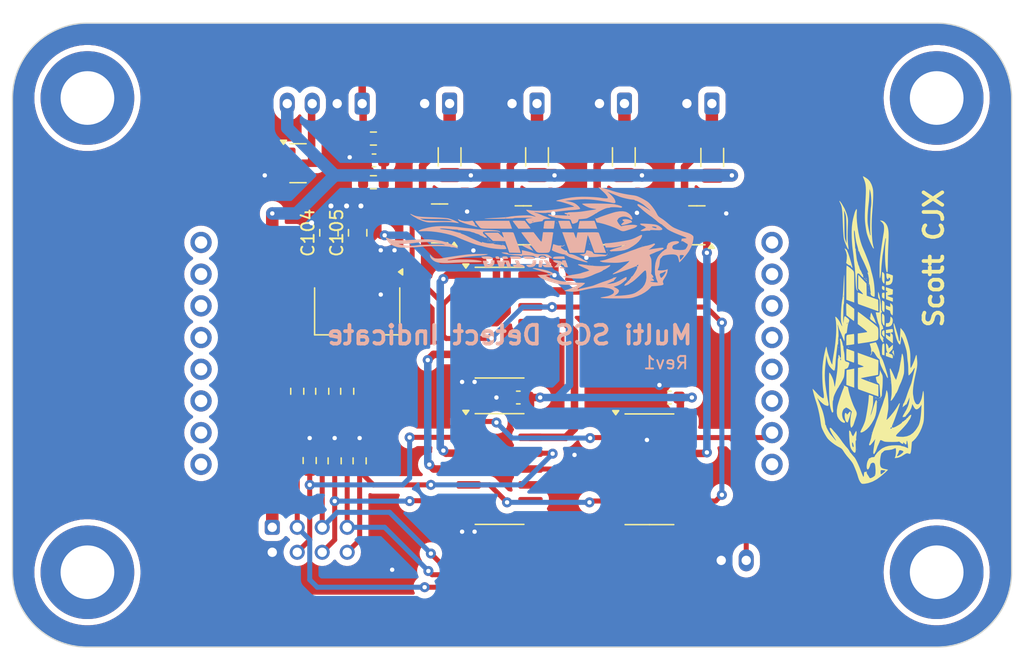
<source format=kicad_pcb>
(kicad_pcb (version 20240108) (generator "pcbnew") (generator_version "8.0")
  (title_block (title "Multi-SCS-Detect-Indicate") (date "2024-03-02") (rev "1") (company "Scott CJX"))
  (layers (0 "F.Cu" signal) (31 "B.Cu" signal) (34 "B.Paste" user) (35 "F.Paste" user) (36 "B.SilkS" user "B.Silkscreen") (37 "F.SilkS" user "F.Silkscreen") (38 "B.Mask" user) (39 "F.Mask" user) (44 "Edge.Cuts" user))
  (net 0 "")
  (net 1 "+12V")
  (net 2 "GND")
  (net 3 "+5V")
  (net 4 "VCC")
  (net 5 "/~{SIG_TEST}")
  (net 6 "/SIG3")
  (net 7 "/SIG2")
  (net 8 "/SIG1")
  (net 9 "/SIG1_INV")
  (net 10 "/!SIG1_N")
  (net 11 "/SIG2_INV")
  (net 12 "/!SIG2_N")
  (net 13 "/SIG3_INV")
  (net 14 "/!SIG3_N")
  (net 15 "/SIG1_N")
  (net 16 "/SIG3_N")
  (net 17 "/SIG2_N")
  (net 18 "Net-(J101-Pin_1)")
  (net 19 "Net-(J102-Pin_1)")
  (net 20 "Net-(J103-Pin_1)")
  (net 21 "Net-(J104-Pin_1)")
  (net 22 "/~{LED}1")
  (net 23 "/~{LED}2")
  (net 24 "/~{LED}3")
  (net 25 "/~{LED}4")
  (net 26 "Net-(R112-Pad2)")
  (net 35 "/SIG_EZ1_IN")
  (net 36 "/LED_TEST")
  (net 37 "/LED_TEST-")
  (footprint "Capacitor_SMD:C_0603_1608Metric" (layer "F.Cu") (at 152.6 105 180)
    (property "Reference" "C101" (hide yes))
    (property "Value" "100n")
    (pad "1" smd roundrect (at -0.775 0 180) (size 0.9 0.95) (layers "F.Cu" "F.Paste" "F.Mask") (net 3 "+5V"))
    (pad "2" smd roundrect (at 0.775 0 180) (size 0.9 0.95) (layers "F.Cu" "F.Paste" "F.Mask") (net 2 "GND"))
  )
  (footprint "Resistor_SMD:R_0603_1608Metric" (layer "F.Cu") (at 124.8 104.5 -90)
    (property "Reference" "R102" (hide yes))
    (property "Value" "10k")
    (pad "1" smd roundrect (at -0.825 0 270) (size 0.8 0.95) (layers "F.Cu" "F.Paste" "F.Mask") (net 3 "+5V"))
    (pad "2" smd roundrect (at 0.825 0 270) (size 0.8 0.95) (layers "F.Cu" "F.Paste" "F.Mask") (net 17 "/SIG2_N"))
  )
  (footprint "NVF-Kicad:PH_01x02H-H" (layer "F.Cu") (at 135.000001 81.444902 180)
    (property "Reference" "J101" (hide yes))
    (property "Value" "Conn_01x02")
    (pad "1" thru_hole roundrect (at 0 0 180) (size 1.2 1.75) (drill 0.75) (layers "*.Cu" "*.Mask") (roundrect_rratio 0.208333) (net 18 "Net-(J101-Pin_1)"))
    (pad "2" thru_hole oval (at 2 0 180) (size 1.2 1.75) (drill 0.75) (layers "*.Cu" "*.Mask") (net 2 "GND"))
  )
  (footprint "NVF-Kicad:PH_01x02H-H" (layer "F.Cu") (at 156 81.444902 180)
    (property "Reference" "J104" (hide yes))
    (property "Value" "Conn_01x02")
    (pad "1" thru_hole roundrect (at 0 0 180) (size 1.2 1.75) (drill 0.75) (layers "*.Cu" "*.Mask") (roundrect_rratio 0.208333) (net 21 "Net-(J104-Pin_1)"))
    (pad "2" thru_hole oval (at 2 0 180) (size 1.2 1.75) (drill 0.75) (layers "*.Cu" "*.Mask") (net 2 "GND"))
  )
  (footprint "Resistor_SMD:R_0603_1608Metric" (layer "F.Cu") (at 125.795701 110.075 90)
    (property "Reference" "R105" (hide yes))
    (property "Value" "10k")
    (pad "1" smd roundrect (at -0.825 0 90) (size 0.8 0.95) (layers "F.Cu" "F.Paste" "F.Mask") (net 11 "/SIG2_INV"))
    (pad "2" smd roundrect (at 0.825 0 90) (size 0.8 0.95) (layers "F.Cu" "F.Paste" "F.Mask") (net 2 "GND"))
  )
  (footprint "Resistor_SMD:R_1206_3216Metric" (layer "F.Cu") (at 156.029998 85.7625 90)
    (property "Reference" "R110" (hide yes))
    (property "Value" "120")
    (pad "1" smd roundrect (at -1.4625 0 90) (size 1.125 1.75) (layers "F.Cu" "F.Paste" "F.Mask") (roundrect_rratio 0.222222) (net 1 "+12V"))
    (pad "2" smd roundrect (at 1.4625 0 90) (size 1.125 1.75) (layers "F.Cu" "F.Paste" "F.Mask") (roundrect_rratio 0.222222) (net 21 "Net-(J104-Pin_1)"))
  )
  (footprint "Package_TO_SOT_SMD:SOT-23" (layer "F.Cu") (at 140.9 91.2 180)
    (property "Reference" "Q102" (hide yes))
    (property "Value" "2N7002")
    (pad "1" smd roundrect (at -0.9375 -0.95 180) (size 1.475 0.6) (layers "F.Cu" "F.Paste" "F.Mask") (net 23 "/~{LED}2"))
    (pad "2" smd roundrect (at -0.9375 0.95 180) (size 1.475 0.6) (layers "F.Cu" "F.Paste" "F.Mask") (net 2 "GND"))
    (pad "3" smd roundrect (at 0.937501 0 180) (size 1.475 0.6) (layers "F.Cu" "F.Paste" "F.Mask") (net 19 "Net-(J102-Pin_1)"))
  )
  (footprint "Package_TO_SOT_SMD:SOT-23" (layer "F.Cu") (at 134.2 91.05 180)
    (property "Reference" "Q101" (hide yes))
    (property "Value" "2N7002")
    (pad "1" smd roundrect (at -0.9375 -0.95 180) (size 1.475 0.6) (layers "F.Cu" "F.Paste" "F.Mask") (net 22 "/~{LED}1"))
    (pad "2" smd roundrect (at -0.9375 0.95 180) (size 1.475 0.6) (layers "F.Cu" "F.Paste" "F.Mask") (net 2 "GND"))
    (pad "3" smd roundrect (at 0.937501 0 180) (size 1.475 0.6) (layers "F.Cu" "F.Paste" "F.Mask") (net 18 "Net-(J101-Pin_1)"))
  )
  (footprint "NVF-Kicad:PH_01x02H-H" (layer "F.Cu") (at 142.000001 81.444902 180)
    (property "Reference" "J102" (hide yes))
    (property "Value" "Conn_01x02")
    (pad "1" thru_hole roundrect (at 0 0 180) (size 1.2 1.75) (drill 0.75) (layers "*.Cu" "*.Mask") (roundrect_rratio 0.208333) (net 19 "Net-(J102-Pin_1)"))
    (pad "2" thru_hole oval (at 2 0 180) (size 1.2 1.75) (drill 0.75) (layers "*.Cu" "*.Mask") (net 2 "GND"))
  )
  (footprint "Resistor_SMD:R_0603_1608Metric" (layer "F.Cu") (at 122.8 104.5 -90)
    (property "Reference" "R101" (hide yes))
    (property "Value" "10k")
    (pad "1" smd roundrect (at -0.825 0 270) (size 0.8 0.95) (layers "F.Cu" "F.Paste" "F.Mask") (net 3 "+5V"))
    (pad "2" smd roundrect (at 0.825 0 270) (size 0.8 0.95) (layers "F.Cu" "F.Paste" "F.Mask") (net 15 "/SIG1_N"))
  )
  (footprint "NVF-OwnParts:Small-General BoardCut" (layer "F.Cu") (at 140 100)
    (property "Reference" "SG101" (hide yes))
    (property "Value" "~" (hide yes))
    (fp_poly (pts (arc (start -40 19) (mid -38.242641 23.242641) (end -34 25)) (arc (start 34 25) (mid 38.242641 23.242641) (end 40 19)) (arc (start 40 -19) (mid 38.242641 -23.242641) (end 34 -25)) (arc (start -34 -25) (mid -38.242641 -23.242641) (end -40 -19))) (stroke (width 0.1)) (fill none) (layer "Edge.Cuts"))
    (pad "G" thru_hole circle (at -34 -19) (size 4.7 4.7) (drill 4.3) (layers "*.Cu" "*.Mask"))
    (pad "G" connect circle (at -34 -19) (size 7.5 7.5) (layers "F.Cu" "F.Mask"))
    (pad "G" connect circle (at -34 -19) (size 7.5 7.5) (layers "B.Cu" "B.Mask"))
    (pad "G" thru_hole circle (at -34 19) (size 4.7 4.7) (drill 4.3) (layers "*.Cu" "*.Mask"))
    (pad "G" connect circle (at -34 19) (size 7.5 7.5) (layers "F.Cu" "F.Mask"))
    (pad "G" connect circle (at -34 19) (size 7.5 7.5) (layers "B.Cu" "B.Mask"))
    (pad "G" thru_hole circle (at 34 -19) (size 4.7 4.7) (drill 4.3) (layers "*.Cu" "*.Mask"))
    (pad "G" connect circle (at 34 -19) (size 7.5 7.5) (layers "F.Cu" "F.Mask"))
    (pad "G" connect circle (at 34 -19) (size 7.5 7.5) (layers "B.Cu" "B.Mask"))
    (pad "G" thru_hole circle (at 34 19) (size 4.7 4.7) (drill 4.3) (layers "*.Cu" "*.Mask"))
    (pad "G" connect circle (at 34 19) (size 7.5 7.5) (layers "F.Cu" "F.Mask"))
    (pad "G" connect circle (at 34 19) (size 7.5 7.5) (layers "B.Cu" "B.Mask"))
    (pad "L1" thru_hole oval (at -24.902596 -7.425) (size 1.7 1.7) (drill 1) (layers "*.Cu" "*.Mask"))
    (pad "L2" thru_hole oval (at -24.902596 -4.885) (size 1.7 1.7) (drill 1) (layers "*.Cu" "*.Mask"))
    (pad "L3" thru_hole oval (at -24.902596 -2.345) (size 1.7 1.7) (drill 1) (layers "*.Cu" "*.Mask"))
    (pad "L4" thru_hole oval (at -24.902596 0.195) (size 1.7 1.7) (drill 1) (layers "*.Cu" "*.Mask"))
    (pad "L5" thru_hole oval (at -24.902596 2.735) (size 1.7 1.7) (drill 1) (layers "*.Cu" "*.Mask"))
    (pad "L6" thru_hole oval (at -24.902596 5.275) (size 1.7 1.7) (drill 1) (layers "*.Cu" "*.Mask"))
    (pad "L7" thru_hole oval (at -24.902596 7.815) (size 1.7 1.7) (drill 1) (layers "*.Cu" "*.Mask"))
    (pad "L8" thru_hole oval (at -24.902596 10.355) (size 1.7 1.7) (drill 1) (layers "*.Cu" "*.Mask"))
    (pad "R1" thru_hole oval (at 20.817404 -7.425) (size 1.7 1.7) (drill 1) (layers "*.Cu" "*.Mask"))
    (pad "R2" thru_hole oval (at 20.817404 -4.885) (size 1.7 1.7) (drill 1) (layers "*.Cu" "*.Mask"))
    (pad "R3" thru_hole oval (at 20.817404 -2.345) (size 1.7 1.7) (drill 1) (layers "*.Cu" "*.Mask"))
    (pad "R4" thru_hole oval (at 20.817404 0.195) (size 1.7 1.7) (drill 1) (layers "*.Cu" "*.Mask"))
    (pad "R5" thru_hole oval (at 20.817404 2.735) (size 1.7 1.7) (drill 1) (layers "*.Cu" "*.Mask"))
    (pad "R6" thru_hole oval (at 20.817404 5.275) (size 1.7 1.7) (drill 1) (layers "*.Cu" "*.Mask"))
    (pad "R7" thru_hole oval (at 20.817404 7.815) (size 1.7 1.7) (drill 1) (layers "*.Cu" "*.Mask") (net 35 "/SIG_EZ1_IN"))
    (pad "R8" thru_hole oval (at 20.817404 10.355) (size 1.7 1.7) (drill 1) (layers "*.Cu" "*.Mask"))
  )
  (footprint "Resistor_SMD:R_1206_3216Metric" (layer "F.Cu") (at 142 85.7125 90)
    (property "Reference" "R108" (hide yes))
    (property "Value" "120")
    (pad "1" smd roundrect (at -1.4625 0 90) (size 1.125 1.75) (layers "F.Cu" "F.Paste" "F.Mask") (roundrect_rratio 0.222222) (net 1 "+12V"))
    (pad "2" smd roundrect (at 1.4625 0 90) (size 1.125 1.75) (layers "F.Cu" "F.Paste" "F.Mask") (roundrect_rratio 0.222222) (net 19 "Net-(J102-Pin_1)"))
  )
  (footprint "Package_TO_SOT_SMD:SOT-23" (layer "F.Cu") (at 154.8 91.2 180)
    (property "Reference" "Q104" (hide yes))
    (property "Value" "2N7002")
    (pad "1" smd roundrect (at -0.9375 -0.95 180) (size 1.475 0.6) (layers "F.Cu" "F.Paste" "F.Mask") (net 25 "/~{LED}4"))
    (pad "2" smd roundrect (at -0.9375 0.95 180) (size 1.475 0.6) (layers "F.Cu" "F.Paste" "F.Mask") (net 2 "GND"))
    (pad "3" smd roundrect (at 0.937501 0 180) (size 1.475 0.6) (layers "F.Cu" "F.Paste" "F.Mask") (net 21 "Net-(J104-Pin_1)"))
  )
  (footprint "Capacitor_SMD:C_0603_1608Metric" (layer "F.Cu") (at 140.5 105 180)
    (property "Reference" "C102" (hide yes))
    (property "Value" "100n")
    (pad "1" smd roundrect (at -0.775 0 180) (size 0.9 0.95) (layers "F.Cu" "F.Paste" "F.Mask") (net 3 "+5V"))
    (pad "2" smd roundrect (at 0.775 0 180) (size 0.9 0.95) (layers "F.Cu" "F.Paste" "F.Mask") (net 2 "GND"))
  )
  (footprint "Package_TO_SOT_SMD:SOT-223-3_TabPin2" (layer "F.Cu") (at 127.6 98.065534 -90)
    (property "Reference" "U101" (hide yes))
    (property "Value" "AMS1117-5.0")
    (pad "1" smd roundrect (at -3.15 -2.3 270) (size 2 1.5) (layers "F.Cu" "F.Paste" "F.Mask") (net 2 "GND"))
    (pad "2" smd roundrect (at -3.149999 0 270) (size 2 1.5) (layers "F.Cu" "F.Paste" "F.Mask") (net 3 "+5V"))
    (pad "2" smd roundrect (at 3.149999 0 270) (size 2 3.8) (layers "F.Cu" "F.Paste" "F.Mask") (net 3 "+5V"))
    (pad "3" smd roundrect (at -3.15 2.3 270) (size 2 1.5) (layers "F.Cu" "F.Paste" "F.Mask") (net 1 "+12V"))
  )
  (footprint "Resistor_SMD:R_0603_1608Metric" (layer "F.Cu") (at 127.795701 110.075 90)
    (property "Reference" "R104" (hide yes))
    (property "Value" "10k")
    (pad "1" smd roundrect (at -0.825 0 90) (size 0.8 0.95) (layers "F.Cu" "F.Paste" "F.Mask") (net 13 "/SIG3_INV"))
    (pad "2" smd roundrect (at 0.825 0 90) (size 0.8 0.95) (layers "F.Cu" "F.Paste" "F.Mask") (net 2 "GND"))
  )
  (footprint "NVF-Kicad:PushBtn_TS-1187A-B-A-B" (layer "F.Cu") (at 106 94)
    (property "Reference" "SW102" (hide yes))
    (property "Value" "SW_Push" (hide yes))
    (pad "1" smd rect (at -3 -1.875) (size 1 0.75) (layers "F.Cu" "F.Paste" "F.Mask") (net 26 "Net-(R112-Pad2)"))
    (pad "1" smd rect (at 3 -1.875) (size 1 0.75) (layers "F.Cu" "F.Paste" "F.Mask") (net 26 "Net-(R112-Pad2)"))
    (pad "2" smd rect (at -3 1.875) (size 1 0.75) (layers "F.Cu" "F.Paste" "F.Mask") (net 2 "GND"))
    (pad "2" smd rect (at 3 1.875) (size 1 0.75) (layers "F.Cu" "F.Paste" "F.Mask") (net 2 "GND"))
  )
  (footprint "Package_TO_SOT_SMD:SOT-23" (layer "F.Cu") (at 122.861871 86.225629)
    (property "Reference" "Q105" (hide yes))
    (property "Value" "2N7002")
    (pad "1" smd roundrect (at -0.9375 -0.95) (size 1.475 0.6) (layers "F.Cu" "F.Paste" "F.Mask") (net 36 "/LED_TEST"))
    (pad "2" smd roundrect (at -0.9375 0.95) (size 1.475 0.6) (layers "F.Cu" "F.Paste" "F.Mask") (net 2 "GND"))
    (pad "3" smd roundrect (at 0.937501 0) (size 1.475 0.6) (layers "F.Cu" "F.Paste" "F.Mask") (net 37 "/LED_TEST-"))
  )
  (footprint "Package_SO:SOIC-14_3.9x8.7mm_P1.27mm" (layer "F.Cu") (at 151 110.75)
    (property "Reference" "U102" (hide yes))
    (property "Value" "MC14584B")
    (pad "1" smd roundrect (at -2.475 -3.81) (size 1.95 0.6) (layers "F.Cu" "F.Paste" "F.Mask") (net 15 "/SIG1_N"))
    (pad "2" smd roundrect (at -2.475 -2.54) (size 1.95 0.6) (layers "F.Cu" "F.Paste" "F.Mask") (net 10 "/!SIG1_N"))
    (pad "3" smd roundrect (at -2.475 -1.27) (size 1.95 0.6) (layers "F.Cu" "F.Paste" "F.Mask") (net 16 "/SIG3_N"))
    (pad "4" smd roundrect (at -2.475 0) (size 1.95 0.6) (layers "F.Cu" "F.Paste" "F.Mask") (net 14 "/!SIG3_N"))
    (pad "5" smd roundrect (at -2.475 1.27) (size 1.95 0.6) (layers "F.Cu" "F.Paste" "F.Mask") (net 17 "/SIG2_N"))
    (pad "6" smd roundrect (at -2.475 2.54) (size 1.95 0.6) (layers "F.Cu" "F.Paste" "F.Mask") (net 12 "/!SIG2_N"))
    (pad "7" smd roundrect (at -2.475 3.81) (size 1.95 0.6) (layers "F.Cu" "F.Paste" "F.Mask") (net 2 "GND"))
    (pad "8" smd roundrect (at 2.475 3.81) (size 1.95 0.6) (layers "F.Cu" "F.Paste" "F.Mask") (net 36 "/LED_TEST"))
    (pad "9" smd roundrect (at 2.475 2.54) (size 1.95 0.6) (layers "F.Cu" "F.Paste" "F.Mask") (net 5 "/~{SIG_TEST}"))
    (pad "10" smd roundrect (at 2.475 1.27) (size 1.95 0.6) (layers "F.Cu" "F.Paste" "F.Mask"))
    (pad "11" smd roundrect (at 2.475 0) (size 1.95 0.6) (layers "F.Cu" "F.Paste" "F.Mask"))
    (pad "12" smd roundrect (at 2.475 -1.27) (size 1.95 0.6) (layers "F.Cu" "F.Paste" "F.Mask") (net 25 "/~{LED}4"))
    (pad "13" smd roundrect (at 2.475 -2.54) (size 1.95 0.6) (layers "F.Cu" "F.Paste" "F.Mask") (net 35 "/SIG_EZ1_IN"))
    (pad "14" smd roundrect (at 2.475 -3.81) (size 1.95 0.6) (layers "F.Cu" "F.Paste" "F.Mask") (net 3 "+5V"))
  )
  (footprint "Resistor_SMD:R_1206_3216Metric" (layer "F.Cu") (at 135.000001 85.7125 90)
    (property "Reference" "R107" (hide yes))
    (property "Value" "120")
    (pad "1" smd roundrect (at -1.4625 0 90) (size 1.125 1.75) (layers "F.Cu" "F.Paste" "F.Mask") (roundrect_rratio 0.222222) (net 1 "+12V"))
    (pad "2" smd roundrect (at 1.4625 0 90) (size 1.125 1.75) (layers "F.Cu" "F.Paste" "F.Mask") (roundrect_rratio 0.222222) (net 18 "Net-(J101-Pin_1)"))
  )
  (footprint "Resistor_SMD:R_1206_3216Metric" (layer "F.Cu") (at 148.949998 85.7125 90)
    (property "Reference" "R109" (hide yes))
    (property "Value" "120")
    (pad "1" smd roundrect (at -1.4625 0 90) (size 1.125 1.75) (layers "F.Cu" "F.Paste" "F.Mask") (roundrect_rratio 0.222222) (net 1 "+12V"))
    (pad "2" smd roundrect (at 1.4625 0 90) (size 1.125 1.75) (layers "F.Cu" "F.Paste" "F.Mask") (roundrect_rratio 0.222222) (net 20 "Net-(J103-Pin_1)"))
  )
  (footprint "NVF-Kicad:PH_01x04H-H" (layer "F.Cu") (at 125 81.45 180)
    (property "Reference" "SW101" (hide yes))
    (property "Value" "SW_Push_LED")
    (pad "1" thru_hole roundrect (at -3 0 180) (size 1.2 1.75) (drill 0.75) (layers "*.Cu" "*.Mask") (roundrect_rratio 0.208333) (net 26 "Net-(R112-Pad2)"))
    (pad "2" thru_hole oval (at -1 0 180) (size 1.2 1.75) (drill 0.75) (layers "*.Cu" "*.Mask") (net 2 "GND"))
    (pad "3" thru_hole oval (at 1 0 180) (size 1.2 1.75) (drill 0.75) (layers "*.Cu" "*.Mask") (net 37 "/LED_TEST-"))
    (pad "4" thru_hole oval (at 3 0 180) (size 1.2 1.75) (drill 0.75) (layers "*.Cu" "*.Mask") (net 1 "+12V"))
  )
  (footprint "Package_TO_SOT_SMD:SOT-23" (layer "F.Cu") (at 147.8 91.2 180)
    (property "Reference" "Q103" (hide yes))
    (property "Value" "2N7002")
    (pad "1" smd roundrect (at -0.9375 -0.95 180) (size 1.475 0.6) (layers "F.Cu" "F.Paste" "F.Mask") (net 24 "/~{LED}3"))
    (pad "2" smd roundrect (at -0.9375 0.95 180) (size 1.475 0.6) (layers "F.Cu" "F.Paste" "F.Mask") (net 2 "GND"))
    (pad "3" smd roundrect (at 0.937501 0 180) (size 1.475 0.6) (layers "F.Cu" "F.Paste" "F.Mask") (net 20 "Net-(J103-Pin_1)"))
  )
  (footprint "NVF-Kicad:PHD_02x04H-H" (layer "F.Cu") (at 123.7845 116.416)
    (property "Reference" "J105" (hide yes))
    (property "Value" "SCS_IN")
    (pad "1" thru_hole roundrect (at -2.9845 -1.016) (size 1.2 1.2) (drill 0.75) (layers "*.Cu" "*.Mask") (roundrect_rratio 0.208333) (net 4 "VCC"))
    (pad "2" thru_hole circle (at -2.9845 0.984) (size 1.2 1.2) (drill 0.75) (layers "*.Cu" "*.Mask") (net 2 "GND"))
    (pad "3" thru_hole circle (at -0.9845 -1.016) (size 1.2 1.2) (drill 0.75) (layers "*.Cu" "*.Mask") (net 15 "/SIG1_N"))
    (pad "4" thru_hole circle (at -0.9845 0.984) (size 1.2 1.2) (drill 0.75) (layers "*.Cu" "*.Mask") (net 9 "/SIG1_INV"))
    (pad "5" thru_hole circle (at 1.0155 -1.016) (size 1.2 1.2) (drill 0.75) (layers "*.Cu" "*.Mask") (net 17 "/SIG2_N"))
    (pad "6" thru_hole circle (at 1.0155 0.984) (size 1.2 1.2) (drill 0.75) (layers "*.Cu" "*.Mask") (net 11 "/SIG2_INV"))
    (pad "7" thru_hole circle (at 3.0155 -1.016) (size 1.2 1.2) (drill 0.75) (layers "*.Cu" "*.Mask") (net 16 "/SIG3_N"))
    (pad "8" thru_hole circle (at 3.0155 0.984) (size 1.2 1.2) (drill 0.75) (layers "*.Cu" "*.Mask") (net 13 "/SIG3_INV"))
  )
  (footprint "NVF-Kicad:PH_01x02H-H" (layer "F.Cu") (at 149.000001 81.444902 180)
    (property "Reference" "J103" (hide yes))
    (property "Value" "Conn_01x02")
    (pad "1" thru_hole roundrect (at 0 0 180) (size 1.2 1.75) (drill 0.75) (layers "*.Cu" "*.Mask") (roundrect_rratio 0.208333) (net 20 "Net-(J103-Pin_1)"))
    (pad "2" thru_hole oval (at 2 0 180) (size 1.2 1.75) (drill 0.75) (layers "*.Cu" "*.Mask") (net 2 "GND"))
  )
  (footprint "Resistor_SMD:R_0603_1608Metric" (layer "F.Cu") (at 128.9 87.75)
    (property "Reference" "R111" (hide yes))
    (property "Value" "10k")
    (pad "1" smd roundrect (at -0.825 0) (size 0.8 0.95) (layers "F.Cu" "F.Paste" "F.Mask") (net 3 "+5V"))
    (pad "2" smd roundrect (at 0.825 0) (size 0.8 0.95) (layers "F.Cu" "F.Paste" "F.Mask") (net 5 "/~{SIG_TEST}"))
  )
  (footprint "Resistor_SMD:R_0603_1608Metric" (layer "F.Cu") (at 123.795701 110.05 90)
    (property "Reference" "R106" (hide yes))
    (property "Value" "10k")
    (pad "1" smd roundrect (at -0.825 0 90) (size 0.8 0.95) (layers "F.Cu" "F.Paste" "F.Mask") (net 9 "/SIG1_INV"))
    (pad "2" smd roundrect (at 0.825 0 90) (size 0.8 0.95) (layers "F.Cu" "F.Paste" "F.Mask") (net 2 "GND"))
  )
  (footprint "NVF-Kicad:PH_01x02H-H" (layer "F.Cu") (at 156.75 118.05)
    (property "Reference" "J106" (hide yes))
    (property "Value" "Conn_01x02")
    (pad "1" thru_hole roundrect (at 0 0) (size 1.2 1.75) (drill 0.75) (layers "*.Cu" "*.Mask") (roundrect_rratio 0.208333) (net 2 "GND"))
    (pad "2" thru_hole oval (at 2 0) (size 1.2 1.75) (drill 0.75) (layers "*.Cu" "*.Mask") (net 35 "/SIG_EZ1_IN"))
  )
  (footprint "Capacitor_SMD:C_0603_1608Metric" (layer "F.Cu") (at 128.95 86 180)
    (property "Reference" "C110" (hide yes))
    (property "Value" "100n")
    (pad "1" smd roundrect (at -0.775 0 180) (size 0.9 0.95) (layers "F.Cu" "F.Paste" "F.Mask") (net 5 "/~{SIG_TEST}"))
    (pad "2" smd roundrect (at 0.775 0 180) (size 0.9 0.95) (layers "F.Cu" "F.Paste" "F.Mask") (net 2 "GND"))
  )
  (footprint "NVF-Kicad:NVF-Logo-30mm" (layer "F.Cu") (at 171.126786 99.540671 90)
    (property "Reference" "G***" (hide yes))
    (property "Value" "LOGO" (hide yes))
  )
  (footprint "Capacitor_SMD:C_0603_1608Metric" (layer "F.Cu") (at 144.2 93.8)
    (property "Reference" "C103" (hide yes))
    (property "Value" "100n")
    (pad "1" smd roundrect (at -0.775 0) (size 0.9 0.95) (layers "F.Cu" "F.Paste" "F.Mask") (net 3 "+5V"))
    (pad "2" smd roundrect (at 0.775 0) (size 0.9 0.95) (layers "F.Cu" "F.Paste" "F.Mask") (net 2 "GND"))
  )
  (footprint "Package_SO:SOIC-14_3.9x8.7mm_P1.27mm" (layer "F.Cu") (at 139 110.73)
    (property "Reference" "U103" (hide yes))
    (property "Value" "MC14093B")
    (pad "1" smd roundrect (at -2.475 -3.81) (size 1.95 0.6) (layers "F.Cu" "F.Paste" "F.Mask") (net 10 "/!SIG1_N"))
    (pad "2" smd roundrect (at -2.475 -2.54) (size 1.95 0.6) (layers "F.Cu" "F.Paste" "F.Mask") (net 9 "/SIG1_INV"))
    (pad "3" smd roundrect (at -2.475 -1.27) (size 1.95 0.6) (layers "F.Cu" "F.Paste" "F.Mask") (net 8 "/SIG1"))
    (pad "4" smd roundrect (at -2.475 0) (size 1.95 0.6) (layers "F.Cu" "F.Paste" "F.Mask") (net 7 "/SIG2"))
    (pad "5" smd roundrect (at -2.475 1.27) (size 1.95 0.6) (layers "F.Cu" "F.Paste" "F.Mask") (net 12 "/!SIG2_N"))
    (pad "6" smd roundrect (at -2.475 2.54) (size 1.95 0.6) (layers "F.Cu" "F.Paste" "F.Mask") (net 11 "/SIG2_INV"))
    (pad "7" smd roundrect (at -2.475 3.81) (size 1.95 0.6) (layers "F.Cu" "F.Paste" "F.Mask") (net 2 "GND"))
    (pad "8" smd roundrect (at 2.475 3.81) (size 1.95 0.6) (layers "F.Cu" "F.Paste" "F.Mask"))
    (pad "9" smd roundrect (at 2.475 2.54) (size 1.95 0.6) (layers "F.Cu" "F.Paste" "F.Mask"))
    (pad "10" smd roundrect (at 2.475 1.27) (size 1.95 0.6) (layers "F.Cu" "F.Paste" "F.Mask"))
    (pad "11" smd roundrect (at 2.475 0) (size 1.95 0.6) (layers "F.Cu" "F.Paste" "F.Mask") (net 14 "/!SIG3_N"))
    (pad "12" smd roundrect (at 2.475 -1.27) (size 1.95 0.6) (layers "F.Cu" "F.Paste" "F.Mask") (net 13 "/SIG3_INV"))
    (pad "13" smd roundrect (at 2.475 -2.54) (size 1.95 0.6) (layers "F.Cu" "F.Paste" "F.Mask") (net 6 "/SIG3"))
    (pad "14" smd roundrect (at 2.475 -3.81) (size 1.95 0.6) (layers "F.Cu" "F.Paste" "F.Mask") (net 3 "+5V"))
  )
  (footprint "Resistor_SMD:R_0603_1608Metric" (layer "F.Cu") (at 126.8 104.5 -90)
    (property "Reference" "R103" (hide yes))
    (property "Value" "10k")
    (pad "1" smd roundrect (at -0.825 0 270) (size 0.8 0.95) (layers "F.Cu" "F.Paste" "F.Mask") (net 3 "+5V"))
    (pad "2" smd roundrect (at 0.825 0 270) (size 0.8 0.95) (layers "F.Cu" "F.Paste" "F.Mask") (net 16 "/SIG3_N"))
  )
  (footprint "NVF-Kicad:FUSE-Littelfuse_Nano2_154x" (layer "F.Cu") (at 120.8 96.9 90)
    (property "Reference" "F101" (hide yes))
    (property "Value" "0154008.DR")
    (pad "1" smd rect (at -3.185 0 90) (size 4.24 3.81) (layers "F.Cu" "F.Paste" "F.Mask") (net 4 "VCC"))
    (pad "2" smd rect (at 3.185 0 90) (size 4.24 3.81) (layers "F.Cu" "F.Paste" "F.Mask") (net 1 "+12V"))
  )
  (footprint "Package_SO:SOIC-14_3.9x8.7mm_P1.27mm" (layer "F.Cu") (at 139 99)
    (property "Reference" "U104" (hide yes))
    (property "Value" "MC14070B")
    (pad "1" smd roundrect (at -2.475 -3.81) (size 1.95 0.6) (layers "F.Cu" "F.Paste" "F.Mask") (net 8 "/SIG1"))
    (pad "2" smd roundrect (at -2.475 -2.54) (size 1.95 0.6) (layers "F.Cu" "F.Paste" "F.Mask") (net 5 "/~{SIG_TEST}"))
    (pad "3" smd roundrect (at -2.475 -1.27) (size 1.95 0.6) (layers "F.Cu" "F.Paste" "F.Mask") (net 22 "/~{LED}1"))
    (pad "4" smd roundrect (at -2.475 0) (size 1.95 0.6) (layers "F.Cu" "F.Paste" "F.Mask") (net 23 "/~{LED}2"))
    (pad "5" smd roundrect (at -2.475 1.27) (size 1.95 0.6) (layers "F.Cu" "F.Paste" "F.Mask") (net 5 "/~{SIG_TEST}"))
    (pad "6" smd roundrect (at -2.475 2.54) (size 1.95 0.6) (layers "F.Cu" "F.Paste" "F.Mask") (net 7 "/SIG2"))
    (pad "7" smd roundrect (at -2.475 3.81) (size 1.95 0.6) (layers "F.Cu" "F.Paste" "F.Mask") (net 2 "GND"))
    (pad "8" smd roundrect (at 2.475 3.81) (size 1.95 0.6) (layers "F.Cu" "F.Paste" "F.Mask"))
    (pad "9" smd roundrect (at 2.475 2.54) (size 1.95 0.6) (layers "F.Cu" "F.Paste" "F.Mask"))
    (pad "10" smd roundrect (at 2.475 1.27) (size 1.95 0.6) (layers "F.Cu" "F.Paste" "F.Mask"))
    (pad "11" smd roundrect (at 2.475 0) (size 1.95 0.6) (layers "F.Cu" "F.Paste" "F.Mask") (net 6 "/SIG3"))
    (pad "12" smd roundrect (at 2.475 -1.27) (size 1.95 0.6) (layers "F.Cu" "F.Paste" "F.Mask") (net 5 "/~{SIG_TEST}"))
    (pad "13" smd roundrect (at 2.475 -2.54) (size 1.95 0.6) (layers "F.Cu" "F.Paste" "F.Mask") (net 24 "/~{LED}3"))
    (pad "14" smd roundrect (at 2.475 -3.81) (size 1.95 0.6) (layers "F.Cu" "F.Paste" "F.Mask") (net 3 "+5V"))
  )
  (footprint "Capacitor_SMD:C_0805_2012Metric" (layer "F.Cu") (at 125.3375 91.8 90)
    (property "Reference" "C104" (at 0 -1.68 90) (layer "F.SilkS"))
    (property "Value" "2u2")
    (pad "1" smd roundrect (at -0.95 0 90) (size 1 1.45) (layers "F.Cu" "F.Paste" "F.Mask") (net 1 "+12V"))
    (pad "2" smd roundrect (at 0.95 0 90) (size 1 1.45) (layers "F.Cu" "F.Paste" "F.Mask") (net 2 "GND"))
  )
  (footprint "Capacitor_SMD:C_0805_2012Metric" (layer "F.Cu") (at 127.6375 91.8 90)
    (property "Reference" "C105" (at 0 -1.68 90) (layer "F.SilkS"))
    (property "Value" "2u2")
    (pad "1" smd roundrect (at -0.95 0 90) (size 1 1.45) (layers "F.Cu" "F.Paste" "F.Mask") (net 3 "+5V"))
    (pad "2" smd roundrect (at 0.95 0 90) (size 1 1.45) (layers "F.Cu" "F.Paste" "F.Mask") (net 2 "GND"))
  )
  (footprint "Resistor_SMD:R_0603_1608Metric" (layer "F.Cu") (at 128.9 84.25 180)
    (property "Reference" "R112" (hide yes))
    (property "Value" "1k")
    (pad "1" smd roundrect (at -0.825 0 180) (size 0.8 0.95) (layers "F.Cu" "F.Paste" "F.Mask") (net 5 "/~{SIG_TEST}"))
    (pad "2" smd roundrect (at 0.825 0 180) (size 0.8 0.95) (layers "F.Cu" "F.Paste" "F.Mask") (net 26 "Net-(R112-Pad2)"))
  )
  (footprint "NVF-Kicad:NVF-Logo-30mm" (layer "B.Cu") (at 142.149902 95.200493 180)
    (property "Reference" "G***" (hide yes))
    (property "Value" "LOGO" (hide yes))
  )
  (gr_text "Rev1" (at 154.2 102.8 0) (layer "B.SilkS") (effects (font (size 1 1)) (justify left bottom mirror)))
  (gr_text "Multi SCS Detect Indicate" (at 139.8 100 0) (layer "B.SilkS") (effects (font (size 1.5 1.5) (thickness 0.3) (bold yes)) (justify mirror)))
  (gr_text "Scott CJX" (at 174.647042 99.543509 90) (layer "F.SilkS") (effects (font (size 1.5 1.5) (thickness 0.3) (bold yes)) (justify left bottom)))
  (segment (start 135.000001 87.175) (end 136.675 87.175) (width 1) (layer "F.Cu") (net 1))
  (segment (start 150.375 87.175) (end 148.949998 87.175) (width 1) (layer "F.Cu") (net 1))
  (segment (start 136.675 87.175) (end 136.7 87.2) (width 1) (layer "F.Cu") (net 1))
  (segment (start 142 87.175) (end 143.375 87.175) (width 1) (layer "F.Cu") (net 1))
  (segment (start 143.375 87.175) (end 143.4 87.2) (width 1) (layer "F.Cu") (net 1))
  (segment (start 156.054998 87.2) (end 156.029998 87.225) (width 1) (layer "F.Cu") (net 1))
  (segment (start 150.4 87.2) (end 150.375 87.175) (width 1) (layer "F.Cu") (net 1))
  (segment (start 120.8 93.715) (end 120.8 90.25) (width 1) (layer "F.Cu") (net 1))
  (segment (start 135.025001 87.2) (end 135.000001 87.175) (width 1) (layer "F.Cu") (net 1))
  (segment (start 120.8 93.715) (end 120.9 93.615) (width 1) (layer "F.Cu") (net 1))
  (segment (start 157.6 87.2) (end 156.054998 87.2) (width 1) (layer "F.Cu") (net 1))
  (via (at 150.4 87.2) (size 0.8) (drill 0.35) (layers "F.Cu" "B.Cu") (net 1))
  (via (at 157.6 87.2) (size 0.8) (drill 0.35) (layers "F.Cu" "B.Cu") (net 1))
  (via (at 136.7 87.2) (size 0.8) (drill 0.35) (layers "F.Cu" "B.Cu") (net 1))
  (via (at 120.8 90.25) (size 0.8) (drill 0.35) (layers "F.Cu" "B.Cu") (net 1))
  (via (at 143.4 87.2) (size 0.8) (drill 0.35) (layers "F.Cu" "B.Cu") (net 1))
  (segment (start 157.6 87.2) (end 150.4 87.2) (width 1) (layer "B.Cu") (net 1))
  (segment (start 122.75 90.25) (end 125.8 87.2) (width 1) (layer "B.Cu") (net 1))
  (segment (start 125.8 87.2) (end 122 83.4) (width 1) (layer "B.Cu") (net 1))
  (segment (start 120.8 90.25) (end 122.75 90.25) (width 1) (layer "B.Cu") (net 1))
  (segment (start 150.4 87.2) (end 143.4 87.2) (width 1) (layer "B.Cu") (net 1))
  (segment (start 143.4 87.2) (end 136.7 87.2) (width 1) (layer "B.Cu") (net 1))
  (segment (start 136.7 87.2) (end 125.8 87.2) (width 1) (layer "B.Cu") (net 1))
  (segment (start 122 83.4) (end 122 81.45) (width 1) (layer "B.Cu") (net 1))
  (segment (start 121.924371 87.175629) (end 120.224371 87.175629) (width 0.6) (layer "F.Cu") (net 2))
  (segment (start 125.795701 109.25) (end 125.795701 108.25) (width 0.4) (layer "F.Cu") (net 2))
  (segment (start 127.25 86) (end 127 85.75) (width 0.6) (layer "F.Cu") (net 2))
  (segment (start 135.1375 90.1) (end 136.4 90.1) (width 0.6) (layer "F.Cu") (net 2))
  (segment (start 149.95 90.25) (end 150 90.2) (width 0.6) (layer "F.Cu") (net 2))
  (segment (start 123.795701 109.225) (end 123.795701 108.25) (width 0.4) (layer "F.Cu") (net 2))
  (segment (start 148.7375 90.25) (end 149.95 90.25) (width 0.6) (layer "F.Cu") (net 2))
  (segment (start 155.687499 90.25) (end 157.149998 90.25) (width 0.6) (layer "F.Cu") (net 2))
  (segment (start 120.224371 87.175629) (end 120.2 87.2) (width 0.6) (layer "F.Cu") (net 2))
  (segment (start 127.795701 109.25) (end 127.795701 108.25) (width 0.4) (layer "F.Cu") (net 2))
  (segment (start 128.175 86) (end 127.25 86) (width 0.6) (layer "F.Cu") (net 2))
  (via (at 127.795701 108.25) (size 0.8) (drill 0.35) (layers "F.Cu" "B.Cu") (net 2))
  (via (at 129.4875 96.75) (size 0.8) (drill 0.35) (layers "F.Cu" "B.Cu") (net 2))
  (via (at 151.8 104) (size 0.8) (drill 0.35) (layers "F.Cu" "B.Cu") (net 2))
  (via (at 120.2 87.2) (size 0.8) (drill 0.35) (layers "F.Cu" "B.Cu") (net 2))
  (via (at 123.95 91) (size 0.8) (drill 0.4) (layers "F.Cu" "B.Cu") (net 2))
  (via (at 150 90.2) (size 0.8) (drill 0.35) (layers "F.Cu" "B.Cu") (net 2))
  (via (at 130.4 118.8) (size 0.8) (drill 0.35) (layers "F.Cu" "B.Cu") (net 2))
  (via (at 127 85.75) (size 0.8) (drill 0.35) (layers "F.Cu" "B.Cu") (net 2))
  (via (at 138.75 105) (size 0.8) (drill 0.35) (layers "F.Cu" "B.Cu") (net 2))
  (via (at 136 115.75) (size 0.8) (drill 0.35) (layers "F.Cu" "B.Cu") (net 2))
  (via (at 136 103.75) (size 0.8) (drill 0.35) (layers "F.Cu" "B.Cu") (net 2))
  (via (at 143.3 90.25) (size 0.8) (drill 0.35) (layers "F.Cu" "B.Cu") (net 2))
  (via (at 130.5875 93.2) (size 0.8) (drill 0.35) (layers "F.Cu" "B.Cu") (net 2))
  (via (at 150.8 108.4) (size 0.8) (drill 0.35) (layers "F.Cu" "B.Cu") (net 2))
  (via (at 145.95 93.8) (size 0.8) (drill 0.35) (layers "F.Cu" "B.Cu") (net 2))
  (via (at 125.5 89.65) (size 0.8) (drill 0.4) (layers "F.Cu" "B.Cu") (net 2))
  (via (at 123.795701 108.25) (size 0.8) (drill 0.35) (layers "F.Cu" "B.Cu") (net 2))
  (via (at 136.903454 93.218199) (size 0.8) (drill 0.35) (layers "F.Cu" "B.Cu") (net 2))
  (via (at 145 109.6) (size 0.8) (drill 0.35) (layers "F.Cu" "B.Cu") (net 2))
  (via (at 126.75 89.65) (size 0.8) (drill 0.4) (layers "F.Cu" "B.Cu") (net 2))
  (via (at 125.795701 108.25) (size 0.8) (drill 0.35) (layers "F.Cu" "B.Cu") (net 2))
  (via (at 157.149998 90.25) (size 0.8) (drill 0.35) (layers "F.Cu" "B.Cu") (net 2))
  (via (at 127.9 89.65) (size 0.8) (drill 0.4) (layers "F.Cu" "B.Cu") (net 2))
  (via (at 137 103.75) (size 0.8) (drill 0.35) (layers "F.Cu" "B.Cu") (net 2))
  (via (at 137 115.75) (size 0.8) (drill 0.35) (layers "F.Cu" "B.Cu") (net 2))
  (via (at 129.4875 93.2) (size 0.8) (drill 0.35) (layers "F.Cu" "B.Cu") (net 2))
  (via (at 136.4 90.1) (size 0.8) (drill 0.35) (layers "F.Cu" "B.Cu") (net 2))
  (segment (start 129.8 92) (end 129.5 92) (width 0.6) (layer "F.Cu") (net 3))
  (segment (start 127.6 101.215533) (end 127.6 102.875) (width 1) (layer "F.Cu") (net 3))
  (segment (start 153.375 105) (end 154.4 105) (width 0.6) (layer "F.Cu") (net 3))
  (segment (start 143.425 95.175) (end 143.4 95.2) (width 0.6) (layer "F.Cu") (net 3))
  (segment (start 128.075 87.75) (end 128.075 88.497793) (width 0.6) (layer "F.Cu") (net 3))
  (segment (start 153.475 106.94) (end 153.475 105.1) (width 0.6) (layer "F.Cu") (net 3))
  (segment (start 141.475 95.19) (end 143.39 95.19) (width 0.6) (layer "F.Cu") (net 3))
  (segment (start 124.8 103.675) (end 126.8 103.675) (width 1) (layer "F.Cu") (net 3))
  (segment (start 141.475 106.92) (end 141.475 105.2) (width 0.6) (layer "F.Cu") (net 3))
  (segment (start 153.475 105.1) (end 153.375 105) (width 0.6) (layer "F.Cu") (net 3))
  (segment (start 127.6 102.875) (end 126.8 103.675) (width 1) (layer "F.Cu") (net 3))
  (segment (start 128.25 92.75) (end 127.6375 92.75) (width 0.6) (layer "F.Cu") (net 3))
  (segment (start 143.425 93.8) (end 143.425 95.175) (width 0.6) (layer "F.Cu") (net 3))
  (segment (start 128.075 88.497793) (end 129.25 89.672793) (width 0.6) (layer "F.Cu") (net 3))
  (segment (start 122.8 103.675) (end 124.8 103.675) (width 1) (layer "F.Cu") (net 3))
  (segment (start 129.25 91.75) (end 128.25 92.75) (width 0.6) (layer "F.Cu") (net 3))
  (segment (start 129.5 92) (end 129.25 91.75) (width 0.6) (layer "F.Cu") (net 3))
  (segment (start 141.475 105.2) (end 141.275 105) (width 0.6) (layer "F.Cu") (net 3))
  (segment (start 129.25 89.672793) (end 129.25 91.75) (width 0.6) (layer "F.Cu") (net 3))
  (segment (start 143.39 95.19) (end 143.4 95.2) (width 0.6) (layer "F.Cu") (net 3))
  (segment (start 141.275 105) (end 142.25 105) (width 0.6) (layer "F.Cu") (net 3))
  (via (at 154.4 105) (size 0.8) (drill 0.35) (layers "F.Cu" "B.Cu") (net 3))
  (via (at 142.25 105) (size 0.8) (drill 0.35) (layers "F.Cu" "B.Cu") (net 3))
  (via (at 143.4 95.2) (size 0.8) (drill 0.35) (layers "F.Cu" "B.Cu") (net 3))
  (via (at 129.8 92) (size 0.8) (drill 0.35) (layers "F.Cu" "B.Cu") (net 3))
  (segment (start 144.6 104) (end 143.6 105) (width 0.6) (layer "B.Cu") (net 3))
  (segment (start 142.8 94.6) (end 134.127207 94.6) (width 0.6) (layer "B.Cu") (net 3))
  (segment (start 143.4 95.2) (end 142.8 94.6) (width 0.6) (layer "B.Cu") (net 3))
  (segment (start 131.527207 92) (end 129.8 92) (width 0.6) (layer "B.Cu") (net 3))
  (segment (start 143.6 105) (end 142.25 105) (width 0.6) (layer "B.Cu") (net 3))
  (segment (start 144.6 96.4) (end 144.6 104) (width 0.6) (layer "B.Cu") (net 3))
  (segment (start 154.4 105) (end 143.6 105) (width 0.6) (layer "B.Cu") (net 3))
  (segment (start 143.4 95.2) (end 144.6 96.4) (width 0.6) (layer "B.Cu") (net 3))
  (segment (start 134.127207 94.6) (end 131.527207 92) (width 0.6) (layer "B.Cu") (net 3))
  (segment (start 120.8 115.4) (end 120.8 100.1475) (width 1) (layer "F.Cu") (net 4))
  (segment (start 134.5 100.05) (end 134.72 100.27) (width 0.4) (layer "F.Cu") (net 5))
  (segment (start 132 90.7) (end 132 95.010001) (width 0.4) (layer "F.Cu") (net 5))
  (segment (start 143.2 97.75) (end 141.495 97.75) (width 0.4) (layer "F.Cu") (net 5))
  (segment (start 134.5 97.510001) (end 134.5 100.05) (width 0.4) (layer "F.Cu") (net 5))
  (segment (start 138.33 100.27) (end 138.35 100.25) (width 0.4) (layer "F.Cu") (net 5))
  (segment (start 156.31 113.29) (end 153.475 113.29) (width 0.4) (layer "F.Cu") (net 5))
  (segment (start 156.8 112.8) (end 156.31 113.29) (width 0.4) (layer "F.Cu") (net 5))
  (segment (start 129.725 88.425) (end 132 90.7) (width 0.4) (layer "F.Cu") (net 5))
  (segment (start 129.725 87.75) (end 129.725 88.425) (width 0.4) (layer "F.Cu") (net 5))
  (segment (start 141.495 97.75) (end 141.475 97.73) (width 0.4) (layer "F.Cu") (net 5))
  (segment (start 136.525 96.46) (end 135.550001 96.46) (width 0.4) (layer "F.Cu") (net 5))
  (segment (start 132 95.010001) (end 134.5 97.510001) (width 0.4) (layer "F.Cu") (net 5))
  (segment (start 136.525 100.27) (end 138.33 100.27) (width 0.4) (layer "F.Cu") (net 5))
  (segment (start 135.550001 96.46) (end 134.5 97.510001) (width 0.4) (layer "F.Cu") (net 5))
  (segment (start 143.2 97.75) (end 155.55 97.75) (width 0.4) (layer "F.Cu") (net 5))
  (segment (start 155.55 97.75) (end 156.8 99) (width 0.4) (layer "F.Cu") (net 5))
  (segment (start 129.725 84.25) (end 129.725 86) (width 0.4) (layer "F.Cu") (net 5))
  (segment (start 129.725 87.75) (end 129.725 86) (width 0.4) (layer "F.Cu") (net 5))
  (segment (start 134.72 100.27) (end 136.525 100.27) (width 0.4) (layer "F.Cu") (net 5))
  (via (at 143.2 97.75) (size 0.8) (drill 0.35) (layers "F.Cu" "B.Cu") (net 5))
  (via (at 156.8 112.8) (size 0.8) (drill 0.35) (layers "F.Cu" "B.Cu") (net 5))
  (via (at 156.8 99) (size 0.8) (drill 0.35) (layers "F.Cu" "B.Cu") (net 5))
  (via (at 138.35 100.25) (size 0.8) (drill 0.35) (layers "F.Cu" "B.Cu") (net 5))
  (segment (start 156.8 99) (end 156.8 112.8) (width 0.4) (layer "B.Cu") (net 5))
  (segment (start 143.2 97.75) (end 140.85 97.75) (width 0.4) (layer "B.Cu") (net 5))
  (segment (start 140.85 97.75) (end 138.35 100.25) (width 0.4) (layer "B.Cu") (net 5))
  (segment (start 144.31 108.19) (end 141.475 108.19) (width 0.6) (layer "F.Cu") (net 6))
  (segment (start 141.475 99) (end 144.25 99) (width 0.6) (layer "F.Cu") (net 6))
  (segment (start 145 99.75) (end 145 107.5) (width 0.6) (layer "F.Cu") (net 6))
  (segment (start 145 107.5) (end 144.31 108.19) (width 0.6) (layer "F.Cu") (net 6))
  (segment (start 144.25 99) (end 145 99.75) (width 0.6) (layer "F.Cu") (net 6))
  (segment (start 133.71 101.54) (end 136.525 101.54) (width 0.6) (layer "F.Cu") (net 7))
  (segment (start 133.73 110.73) (end 136.525 110.73) (width 0.6) (layer "F.Cu") (net 7))
  (segment (start 133.375 110.375) (end 133.73 110.73) (width 0.6) (layer "F.Cu") (net 7))
  (segment (start 133.25 102) (end 133.71 101.54) (width 0.6) (layer "F.Cu") (net 7))
  (via (at 133.375 110.375) (size 0.8) (drill 0.35) (layers "F.Cu" "B.Cu") (net 7))
  (via (at 133.25 102) (size 0.8) (drill 0.35) (layers "F.Cu" "B.Cu") (net 7))
  (segment (start 133.25 110.25) (end 133.25 102) (width 0.6) (layer "B.Cu") (net 7))
  (segment (start 133.375 110.375) (end 133.25 110.25) (width 0.6) (layer "B.Cu") (net 7))
  (segment (start 134.5 95.5) (end 134.81 95.19) (width 0.6) (layer "F.Cu") (net 8))
  (segment (start 134.81 95.19) (end 136.525 95.19) (width 0.6) (layer "F.Cu") (net 8))
  (segment (start 134.5 109.25) (end 134.71 109.46) (width 0.6) (layer "F.Cu") (net 8))
  (segment (start 134.71 109.46) (end 136.525 109.46) (width 0.6) (layer "F.Cu") (net 8))
  (via (at 134.5 109.25) (size 0.8) (drill 0.35) (layers "F.Cu" "B.Cu") (net 8))
  (via (at 134.5 95.5) (size 0.8) (drill 0.35) (layers "F.Cu" "B.Cu") (net 8))
  (segment (start 134.25 95.75) (end 134.25 109) (width 0.6) (layer "B.Cu") (net 8))
  (segment (start 134.5 95.5) (end 134.25 95.75) (width 0.6) (layer "B.Cu") (net 8))
  (segment (start 134.25 109) (end 134.5 109.25) (width 0.6) (layer "B.Cu") (net 8))
  (segment (start 123.8 112) (end 123.8 116.4) (width 0.4) (layer "F.Cu") (net 9))
  (segment (start 123.8 110.879299) (end 123.8 112) (width 0.4) (layer "F.Cu") (net 9))
  (segment (start 123.795701 110.875) (end 123.8 110.879299) (width 0.4) (layer "F.Cu") (net 9))
  (segment (start 136.525 108.19) (end 131.81 108.19) (width 0.4) (layer "F.Cu") (net 9))
  (segment (start 123.8 116.4) (end 122.8 117.4) (width 0.4) (layer "F.Cu") (net 9))
  (segment (start 131.81 108.19) (end 131.8 108.2) (width 0.4) (layer "F.Cu") (net 9))
  (via (at 131.8 108.2) (size 0.8) (drill 0.35) (layers "F.Cu" "B.Cu") (net 9))
  (via (at 123.8 112) (size 0.8) (drill 0.35) (layers "F.Cu" "B.Cu") (net 9))
  (segment (start 131.8 111.45) (end 131.25 112) (width 0.4) (layer "B.Cu") (net 9))
  (segment (start 131.8 108.2) (end 131.8 111.45) (width 0.4) (layer "B.Cu") (net 9))
  (segment (start 131.25 112) (end 123.8 112) (width 0.4) (layer "B.Cu") (net 9))
  (segment (start 146.29 108.21) (end 146.25 108.25) (width 0.4) (layer "F.Cu") (net 10))
  (segment (start 148.525 108.21) (end 146.29 108.21) (width 0.4) (layer "F.Cu") (net 10))
  (segment (start 136.525 106.92) (end 138.67 106.92) (width 0.4) (layer "F.Cu") (net 10))
  (segment (start 138.67 106.92) (end 138.75 107) (width 0.4) (layer "F.Cu") (net 10))
  (via (at 138.75 107) (size 0.8) (drill 0.35) (layers "F.Cu" "B.Cu") (net 10))
  (via (at 146.25 108.25) (size 0.8) (drill 0.35) (layers "F.Cu" "B.Cu") (net 10))
  (segment (start 140 108.25) (end 138.75 107) (width 0.4) (layer "B.Cu") (net 10))
  (segment (start 146.25 108.25) (end 140 108.25) (width 0.4) (layer "B.Cu") (net 10))
  (segment (start 125.8 110.904299) (end 125.795701 110.9) (width 0.4) (layer "F.Cu") (net 11))
  (segment (start 125.8 113.3) (end 125.8 116.4) (width 0.4) (layer "F.Cu") (net 11))
  (segment (start 131.83 113.27) (end 131.8 113.3) (width 0.4) (layer "F.Cu") (net 11))
  (segment (start 125.8 116.4) (end 124.8 117.4) (width 0.4) (layer "F.Cu") (net 11))
  (segment (start 125.8 113.3) (end 125.8 110.904299) (width 0.4) (layer "F.Cu") (net 11))
  (segment (start 136.525 113.27) (end 131.83 113.27) (width 0.4) (layer "F.Cu") (net 11))
  (via (at 125.8 113.3) (size 0.8) (drill 0.35) (layers "F.Cu" "B.Cu") (net 11))
  (via (at 131.8 113.3) (size 0.8) (drill 0.35) (layers "F.Cu" "B.Cu") (net 11))
  (segment (start 131.8 113.3) (end 125.8 113.3) (width 0.4) (layer "B.Cu") (net 11))
  (segment (start 139.6 113.4) (end 138.2 112) (width 0.4) (layer "F.Cu") (net 12))
  (segment (start 148.525 113.29) (end 146.31 113.29) (width 0.4) (layer "F.Cu") (net 12))
  (segment (start 146.31 113.29) (end 146.2 113.4) (width 0.4) (layer "F.Cu") (net 12))
  (segment (start 138.2 112) (end 136.525 112) (width 0.4) (layer "F.Cu") (net 12))
  (via (at 139.6 113.4) (size 0.8) (drill 0.35) (layers "F.Cu" "B.Cu") (net 12))
  (via (at 146.2 113.4) (size 0.8) (drill 0.35) (layers "F.Cu" "B.Cu") (net 12))
  (segment (start 145.4 113.4) (end 139.6 113.4) (width 0.4) (layer "B.Cu") (net 12))
  (segment (start 146.2 113.4) (end 145.4 113.4) (width 0.4) (layer "B.Cu") (net 12))
  (segment (start 128.895701 112) (end 127.795701 110.9) (width 0.4) (layer "F.Cu") (net 13))
  (segment (start 143.21 109.46) (end 143.25 109.5) (width 0.4) (layer "F.Cu") (net 13))
  (segment (start 126.8 117.4) (end 127.8 116.4) (width 0.4) (layer "F.Cu") (net 13))
  (segment (start 141.475 109.46) (end 143.21 109.46) (width 0.4) (layer "F.Cu") (net 13))
  (segment (start 127.8 116.4) (end 127.8 113.05) (width 0.4) (layer "F.Cu") (net 13))
  (segment (start 127.795701 113.045701) (end 127.795701 112) (width 0.4) (layer "F.Cu") (net 13))
  (segment (start 133.5 112) (end 128.895701 112) (width 0.4) (layer "F.Cu") (net 13))
  (segment (start 127.795701 112) (end 127.795701 110.9) (width 0.4) (layer "F.Cu") (net 13))
  (via (at 133.5 112) (size 0.8) (drill 0.35) (layers "F.Cu" "B.Cu") (net 13))
  (via (at 143.25 109.5) (size 0.8) (drill 0.35) (layers "F.Cu" "B.Cu") (net 13))
  (segment (start 140.75 112) (end 133.5 112) (width 0.4) (layer "B.Cu") (net 13))
  (segment (start 143.25 109.5) (end 140.75 112) (width 0.4) (layer "B.Cu") (net 13))
  (segment (start 141.475 110.73) (end 148.505 110.73) (width 0.4) (layer "F.Cu") (net 14))
  (segment (start 133 120.2) (end 149 120.2) (width 0.4) (layer "F.Cu") (net 15))
  (segment (start 152 108) (end 150.94 106.94) (width 0.4) (layer "F.Cu") (net 15))
  (segment (start 152 117.2) (end 152 108) (width 0.4) (layer "F.Cu") (net 15))
  (segment (start 122.8 105.325) (end 122.8 115.4) (width 0.4) (layer "F.Cu") (net 15))
  (segment (start 149 120.2) (end 152 117.2) (width 0.4) (layer "F.Cu") (net 15))
  (segment (start 150.94 106.94) (end 148.525 106.94) (width 0.4) (layer "F.Cu") (net 15))
  (via (at 133 120.2) (size 0.8) (drill 0.35) (layers "F.Cu" "B.Cu") (net 15))
  (segment (start 124.4 120.2) (end 123.8 119.6) (width 0.4) (layer "B.Cu") (net 15))
  (segment (start 133 120.2) (end 124.4 120.2) (width 0.4) (layer "B.Cu") (net 15))
  (segment (start 123.8 119.6) (end 123.8 116.4) (width 0.4) (layer "B.Cu") (net 15))
  (segment (start 123.8 116.4) (end 122.8 115.4) (width 0.4) (layer "B.Cu") (net 15))
  (segment (start 133.3 118.9) (end 133.6 119.2) (width 0.4) (layer "F.Cu") (net 16))
  (segment (start 133.6 119.2) (end 148.6 119.2) (width 0.4) (layer "F.Cu") (net 16))
  (segment (start 151.2 111) (end 149.68 109.48) (width 0.4) (layer "F.Cu") (net 16))
  (segment (start 148.6 119.2) (end 151.2 116.6) (width 0.4) (layer "F.Cu") (net 16))
  (segment (start 151.2 116.6) (end 151.2 111) (width 0.4) (layer "F.Cu") (net 16))
  (segment (start 126.8 105.325) (end 126.8 115.4) (width 0.4) (layer "F.Cu") (net 16))
  (segment (start 149.68 109.48) (end 148.525 109.48) (width 0.4) (layer "F.Cu") (net 16))
  (via (at 133.3 118.9) (size 0.8) (drill 0.35) (layers "F.Cu" "B.Cu") (net 16))
  (segment (start 133.3 118.9) (end 129.8 115.4) (width 0.4) (layer "B.Cu") (net 16))
  (segment (start 129.8 115.4) (end 126.8 115.4) (width 0.4) (layer "B.Cu") (net 16))
  (segment (start 150.4 116.2) (end 150.4 112.78) (width 0.4) (layer "F.Cu") (net 17))
  (segment (start 133.5 117.5) (end 134.2 118.2) (width 0.4) (layer "F.Cu") (net 17))
  (segment (start 149.64 112.02) (end 148.525 112.02) (width 0.4) (layer "F.Cu") (net 17))
  (segment (start 124.8 105.325) (end 124.8 115.4) (width 0.4) (layer "F.Cu") (net 17))
  (segment (start 148.4 118.2) (end 150.4 116.2) (width 0.4) (layer "F.Cu") (net 17))
  (segment (start 150.4 112.78) (end 149.64 112.02) (width 0.4) (layer "F.Cu") (net 17))
  (segment (start 134.2 118.2) (end 148.4 118.2) (width 0.4) (layer "F.Cu") (net 17))
  (via (at 133.5 117.5) (size 0.8) (drill 0.35) (layers "F.Cu" "B.Cu") (net 17))
  (segment (start 133.5 117.5) (end 130.2 114.2) (width 0.4) (layer "B.Cu") (net 17))
  (segment (start 130.2 114.2) (end 126 114.2) (width 0.4) (layer "B.Cu") (net 17))
  (segment (start 126 114.2) (end 124.8 115.4) (width 0.4) (layer "B.Cu") (net 17))
  (segment (start 135.000001 81.444902) (end 135.000001 84.25) (width 1) (layer "F.Cu") (net 18))
  (segment (start 132.836873 90.624374) (end 133.262499 91.05) (width 0.6) (layer "F.Cu") (net 18))
  (segment (start 135.000001 84.25) (end 132.836873 86.413128) (width 0.6) (layer "F.Cu") (net 18))
  (segment (start 132.836873 86.413128) (end 132.836873 90.624374) (width 0.6) (layer "F.Cu") (net 18))
  (segment (start 139.8625 86.3875) (end 142 84.25) (width 0.6) (layer "F.Cu") (net 19))
  (segment (start 142.000001 81.444902) (end 142 84.25) (width 1) (layer "F.Cu") (net 19))
  (segment (start 139.962499 91.2) (end 139.8625 91.100001) (width 0.6) (layer "F.Cu") (net 19))
  (segment (start 139.8625 91.100001) (end 139.8625 86.3875) (width 0.6) (layer "F.Cu") (net 19))
  (segment (start 149.000001 84.199997) (end 148.949998 84.25) (width 1) (layer "F.Cu") (net 20))
  (segment (start 148.949998 84.25) (end 146.812498 86.3875) (width 0.6) (layer "F.Cu") (net 20))
  (segment (start 146.812498 86.3875) (end 146.812498 91.149999) (width 0.6) (layer "F.Cu") (net 20))
  (segment (start 146.812498 91.149999) (end 146.862499 91.2) (width 0.6) (layer "F.Cu") (net 20))
  (segment (start 149.000001 81.444902) (end 149.000001 84.199997) (width 1) (layer "F.Cu") (net 20))
  (segment (start 153.812498 86.5175) (end 153.812498 91.149999) (width 0.6) (layer "F.Cu") (net 21))
  (segment (start 153.812498 91.149999) (end 153.862499 91.2) (width 0.6) (layer "F.Cu") (net 21))
  (segment (start 156.029998 84.3) (end 153.812498 86.5175) (width 0.6) (layer "F.Cu") (net 21))
  (segment (start 156 84.270002) (end 156.029998 84.3) (width 1) (layer "F.Cu") (net 21))
  (segment (start 156 81.444902) (end 156 84.270002) (width 1) (layer "F.Cu") (net 21))
  (segment (start 138.12 97.73) (end 138.75 97.1) (width 0.6) (layer "F.Cu") (net 22))
  (segment (start 137.15 92) (end 135.1375 92) (width 0.6) (layer "F.Cu") (net 22))
  (segment (start 136.525 97.73) (end 138.12 97.73) (width 0.6) (layer "F.Cu") (net 22))
  (segment (start 138.75 97.1) (end 138.75 93.6) (width 0.6) (layer "F.Cu") (net 22))
  (segment (start 138.75 93.6) (end 137.15 92) (width 0.6) (layer "F.Cu") (net 22))
  (segment (start 139.6 98.15) (end 138.75 99) (width 0.6) (layer "F.Cu") (net 23))
  (segment (start 138.75 99) (end 136.525 99) (width 0.6) (layer "F.Cu") (net 23))
  (segment (start 141 92.15) (end 139.6 93.55) (width 0.6) (layer "F.Cu") (net 23))
  (segment (start 139.6 93.55) (end 139.6 98.15) (width 0.6) (layer "F.Cu") (net 23))
  (segment (start 141.8375 92.15) (end 141 92.15) (width 0.6) (layer "F.Cu") (net 23))
  (segment (start 147.94 96.46) (end 141.475 96.46) (width 0.6) (layer "F.Cu") (net 24))
  (segment (start 148.7375 95.6625) (end 147.94 96.46) (width 0.6) (layer "F.Cu") (net 24))
  (segment (start 148.7375 92.15) (end 148.7375 95.6625) (width 0.6) (layer "F.Cu") (net 24))
  (segment (start 155.52 109.48) (end 155.6 109.4) (width 0.6) (layer "F.Cu") (net 25))
  (segment (start 155.6 92.2875) (end 155.6 93.4) (width 0.6) (layer "F.Cu") (net 25))
  (segment (start 153.475 109.48) (end 155.52 109.48) (width 0.6) (layer "F.Cu") (net 25))
  (segment (start 155.7375 92.15) (end 155.6 92.2875) (width 0.6) (layer "F.Cu") (net 25))
  (via (at 155.6 109.4) (size 0.8) (drill 0.35) (layers "F.Cu" "B.Cu") (net 25))
  (via (at 155.6 93.4) (size 0.8) (drill 0.35) (layers "F.Cu" "B.Cu") (net 25))
  (segment (start 155.6 93.4) (end 155.6 109.4) (width 0.6) (layer "B.Cu") (net 25))
  (segment (start 128 81.45) (end 128 79.75) (width 0.6) (layer "F.Cu") (net 26))
  (segment (start 128.075 84.25) (end 128.075 81.525) (width 0.6) (layer "F.Cu") (net 26))
  (segment (start 109 89.75) (end 109 92.125) (width 0.6) (layer "F.Cu") (net 26))
  (segment (start 128 79.75) (end 127.5 79.25) (width 0.6) (layer "F.Cu") (net 26))
  (segment (start 127.5 79.25) (end 119.5 79.25) (width 0.6) (layer "F.Cu") (net 26))
  (segment (start 128.075 81.525) (end 128 81.45) (width 0.6) (layer "F.Cu") (net 26))
  (segment (start 103 92.125) (end 109 92.125) (width 0.4) (layer "F.Cu") (net 26))
  (segment (start 119.5 79.25) (end 109 89.75) (width 0.6) (layer "F.Cu") (net 26))
  (segment (start 153.475 108.21) (end 157.46 108.21) (width 0.4) (layer "F.Cu") (net 35))
  (segment (start 160.422404 108.21) (end 157.46 108.21) (width 0.4) (layer "F.Cu") (net 35))
  (segment (start 157.46 108.21) (end 158.75 109.5) (width 0.4) (layer "F.Cu") (net 35))
  (segment (start 158.75 109.5) (end 158.75 118.05) (width 0.4) (layer "F.Cu") (net 35))
  (segment (start 119.4 121.6) (end 149.6 121.6) (width 0.6) (layer "F.Cu") (net 36))
  (segment (start 149.6 121.6) (end 153.475 117.725) (width 0.6) (layer "F.Cu") (net 36))
  (segment (start 117.2 87) (end 117.2 119.4) (width 0.6) (layer "F.Cu") (net 36))
  (segment (start 153.475 117.725) (end 153.475 114.56) (width 0.6) (layer "F.Cu") (net 36))
  (segment (start 121.924371 85.275629) (end 118.924371 85.275629) (width 0.6) (layer "F.Cu") (net 36))
  (segment (start 117.2 119.4) (end 119.4 121.6) (width 0.6) (layer "F.Cu") (net 36))
  (segment (start 118.924371 85.275629) (end 117.2 87) (width 0.6) (layer "F.Cu") (net 36))
  (segment (start 123.950628 81.499372) (end 123.950628 86.074373) (width 0.6) (layer "F.Cu") (net 37))
  (segment (start 123.950628 86.074373) (end 123.799372 86.225629) (width 0.6) (layer "F.Cu") (net 37))
  (zone (net 3) (net_name "+5V") (layer "F.Cu") (priority 1) (connect_pads yes (clearance 0.5)) (min_thickness 0.25) (fill yes (thermal_gap 0.5) (thermal_bridge_width 0.5) (smoothing fillet) (radius 0.3))
    (polygon (pts (xy 126.8875 92.2) (xy 126.8875 100.2) (xy 125.6875 100.2) (xy 125.6875 102.25) (xy 129.5375 102.25) (xy 129.5375 100.2) (xy 128.3375 100.2) (xy 128.3375 92.200001)))
  )
  (zone (net 1) (net_name "+12V") (layer "F.Cu") (priority 2) (connect_pads yes (clearance 0.5)) (min_thickness 0.25) (fill yes (thermal_gap 0.5) (thermal_bridge_width 0.5) (smoothing fillet) (radius 0.5))
    (polygon (pts (xy 126.1 95.9435) (xy 126.1 92.15) (xy 122.75 92.15) (xy 122.8 92.2) (xy 122.8 91.6) (xy 118.9 91.6) (xy 118.883038 95.860287)))
  )
  (zone (net 2) (net_name "GND") (layers "F&B.Cu") (connect_pads yes (clearance 0.5)) (min_thickness 0.25) (fill yes (thermal_gap 0.5) (thermal_bridge_width 0.5) (smoothing fillet) (radius 0.3))
    (polygon (pts (xy 181 74) (xy 99 74) (xy 99 126) (xy 181 126)))
  )
)
</source>
